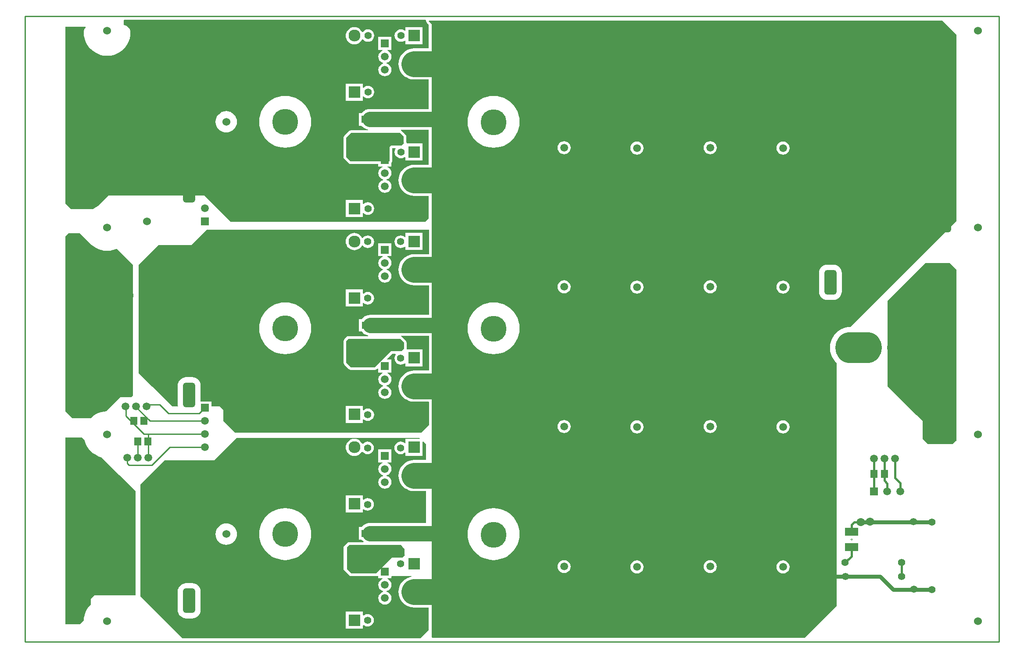
<source format=gtl>
G04 Layer_Physical_Order=1*
G04 Layer_Color=255*
%FSLAX44Y44*%
%MOMM*%
G71*
G01*
G75*
%ADD10R,2.6000X1.5000*%
%ADD11R,1.4000X1.5000*%
%ADD12R,3.3000X1.4000*%
%ADD13C,0.2540*%
%ADD14C,0.8000*%
%ADD15C,0.4000*%
%ADD16C,5.0000*%
%ADD17C,3.0000*%
%ADD18C,0.1000*%
%ADD19C,1.5240*%
%ADD20C,1.4000*%
%ADD21R,1.5000X1.5000*%
%ADD22C,1.5000*%
G04:AMPARAMS|DCode=23|XSize=4.8mm|YSize=2.4mm|CornerRadius=0.6mm|HoleSize=0mm|Usage=FLASHONLY|Rotation=270.000|XOffset=0mm|YOffset=0mm|HoleType=Round|Shape=RoundedRectangle|*
%AMROUNDEDRECTD23*
21,1,4.8000,1.2000,0,0,270.0*
21,1,3.6000,2.4000,0,0,270.0*
1,1,1.2000,-0.6000,-1.8000*
1,1,1.2000,-0.6000,1.8000*
1,1,1.2000,0.6000,1.8000*
1,1,1.2000,0.6000,-1.8000*
%
%ADD23ROUNDEDRECTD23*%
%ADD24R,1.5000X1.5000*%
%ADD25O,9.0000X6.0000*%
%ADD26C,5.0000*%
%ADD27C,2.3000*%
%ADD28R,2.3000X2.3000*%
%ADD29C,1.6000*%
%ADD30C,0.8000*%
G36*
X761701Y392948D02*
X761222Y391830D01*
X734210D01*
Y383284D01*
X732940Y382926D01*
X730652Y384682D01*
X727733Y385891D01*
X724600Y386303D01*
X721468Y385891D01*
X718548Y384682D01*
X716042Y382758D01*
X714118Y380252D01*
X712909Y377333D01*
X712497Y374200D01*
X712909Y371067D01*
X714118Y368148D01*
X716042Y365642D01*
X718548Y363718D01*
X721468Y362509D01*
X724600Y362096D01*
X727733Y362509D01*
X730652Y363718D01*
X732940Y365474D01*
X734210Y365116D01*
Y358830D01*
X767210D01*
Y385954D01*
X768384Y386440D01*
X773900Y380923D01*
X773900Y350923D01*
X750710D01*
X746003Y350552D01*
X741411Y349450D01*
X737048Y347643D01*
X733022Y345176D01*
X729432Y342109D01*
X726365Y338518D01*
X723897Y334492D01*
X722090Y330129D01*
X720988Y325538D01*
X720618Y320830D01*
X720988Y316123D01*
X722090Y311531D01*
X723897Y307168D01*
X726365Y303142D01*
X729432Y299551D01*
X733022Y296485D01*
X737048Y294017D01*
X741411Y292210D01*
X746003Y291108D01*
X750710Y290737D01*
X773900D01*
Y284600D01*
X773900Y279600D01*
Y272000D01*
X773900Y230195D01*
X773002Y229297D01*
X665600D01*
X661679Y228911D01*
X657909Y227767D01*
X654435Y225910D01*
X651390Y223411D01*
X649575Y221200D01*
X644100D01*
Y197200D01*
X649575D01*
X651390Y194989D01*
X653487Y193268D01*
X653033Y191998D01*
X625600D01*
X624605Y191800D01*
X623200D01*
X614900Y183500D01*
Y139100D01*
X627000Y127000D01*
X628905D01*
X629900Y126802D01*
X677100D01*
X678095Y127000D01*
X681900D01*
Y122600D01*
X689561D01*
X689813Y121330D01*
X688096Y120619D01*
X685485Y118615D01*
X683481Y116004D01*
X682222Y112963D01*
X681792Y109700D01*
X682222Y106437D01*
X683481Y103396D01*
X685485Y100785D01*
X688096Y98781D01*
X690823Y97652D01*
X690823Y97650D01*
Y96350D01*
X690823Y96348D01*
X688096Y95219D01*
X685485Y93215D01*
X683481Y90604D01*
X682222Y87563D01*
X681792Y84300D01*
X682222Y81037D01*
X683481Y77996D01*
X685485Y75385D01*
X688096Y73381D01*
X691137Y72122D01*
X694400Y71692D01*
X697663Y72122D01*
X700704Y73381D01*
X703315Y75385D01*
X705319Y77996D01*
X706578Y81037D01*
X707008Y84300D01*
X706578Y87563D01*
X705319Y90604D01*
X703315Y93215D01*
X700704Y95219D01*
X697977Y96348D01*
X697977Y96350D01*
Y97650D01*
X697977Y97652D01*
X700704Y98781D01*
X703315Y100785D01*
X705319Y103396D01*
X706578Y106437D01*
X707008Y109700D01*
X706578Y112963D01*
X705319Y116004D01*
X703315Y118615D01*
X700704Y120619D01*
X698987Y121330D01*
X699239Y122600D01*
X706900D01*
Y126102D01*
X707798Y127000D01*
X709000D01*
X745847Y127000D01*
X746003Y125762D01*
X741411Y124660D01*
X737048Y122853D01*
X733022Y120386D01*
X729432Y117319D01*
X726365Y113728D01*
X723897Y109702D01*
X722090Y105339D01*
X720988Y100748D01*
X720618Y96040D01*
X720988Y91333D01*
X722090Y86741D01*
X723897Y82378D01*
X726365Y78352D01*
X729432Y74761D01*
X733022Y71695D01*
X737048Y69227D01*
X741411Y67420D01*
X746003Y66318D01*
X750710Y65947D01*
X779000D01*
Y22700D01*
X762800Y6500D01*
X304100D01*
X222900Y87700D01*
X222900Y303500D01*
X269600Y350200D01*
X364900D01*
X408500Y393800D01*
X599249Y393800D01*
X601300Y393800D01*
X603500D01*
X603774Y393800D01*
X652100Y393800D01*
X683693Y393807D01*
X760981Y393823D01*
X761701Y392948D01*
D02*
G37*
G36*
X728300Y183700D02*
X732600Y179400D01*
Y175900D01*
Y168100D01*
X732900Y167800D01*
X727800Y162700D01*
X707700D01*
X705000Y160000D01*
X677100Y132100D01*
Y131900D01*
X629900D01*
X628300Y133500D01*
X621200Y140600D01*
Y182500D01*
X625600Y186900D01*
X725100D01*
X728300Y183700D01*
D02*
G37*
G36*
X723500Y982600D02*
X731000Y975100D01*
Y963800D01*
X731300Y963500D01*
X726200Y958400D01*
X706100D01*
X703400Y955700D01*
Y928501D01*
X702499Y927606D01*
X675500Y927800D01*
Y927600D01*
X628300D01*
X619600Y936300D01*
Y973500D01*
X628700Y982600D01*
X723500Y982600D01*
D02*
G37*
G36*
X634900Y795650D02*
X779290Y795649D01*
Y748433D01*
X750710D01*
X746003Y748062D01*
X741411Y746960D01*
X737048Y745153D01*
X733022Y742686D01*
X729432Y739619D01*
X726365Y736028D01*
X723897Y732002D01*
X722090Y727639D01*
X720988Y723048D01*
X720618Y718340D01*
X720988Y713633D01*
X722090Y709041D01*
X723897Y704678D01*
X726365Y700652D01*
X729432Y697061D01*
X733022Y693995D01*
X737048Y691527D01*
X741411Y689720D01*
X746003Y688618D01*
X750710Y688247D01*
X779290D01*
Y678100D01*
Y638200D01*
Y631297D01*
X665900D01*
X661979Y630911D01*
X658209Y629767D01*
X654735Y627910D01*
X651690Y625411D01*
X649875Y623200D01*
X644400D01*
Y599200D01*
X649875D01*
X651690Y596989D01*
X654735Y594490D01*
X658209Y592633D01*
X661979Y591489D01*
X662197Y591468D01*
X662135Y590198D01*
X624200D01*
X622249Y589810D01*
X620595Y588705D01*
X616195Y584305D01*
X615090Y582651D01*
X614702Y580700D01*
Y538800D01*
X615090Y536849D01*
X616195Y535195D01*
X623295Y528095D01*
X623295Y528095D01*
X624895Y526495D01*
X626549Y525390D01*
X628500Y525002D01*
X675700D01*
X677651Y525390D01*
X679305Y526495D01*
X679708Y527098D01*
X680727Y528117D01*
X681900Y527631D01*
Y519800D01*
X689561D01*
X689813Y518530D01*
X688096Y517819D01*
X685485Y515815D01*
X683481Y513204D01*
X682222Y510163D01*
X681792Y506900D01*
X682222Y503637D01*
X683481Y500596D01*
X685485Y497985D01*
X688096Y495981D01*
X690823Y494852D01*
X690823Y494850D01*
Y493550D01*
X690823Y493548D01*
X688096Y492419D01*
X685485Y490415D01*
X683481Y487804D01*
X682222Y484763D01*
X681792Y481500D01*
X682222Y478237D01*
X683481Y475196D01*
X685485Y472585D01*
X688096Y470581D01*
X691137Y469322D01*
X694400Y468892D01*
X697663Y469322D01*
X700704Y470581D01*
X703315Y472585D01*
X705319Y475196D01*
X706578Y478237D01*
X707008Y481500D01*
X706578Y484763D01*
X705319Y487804D01*
X703315Y490415D01*
X700704Y492419D01*
X697977Y493548D01*
X697977Y493550D01*
Y494850D01*
X697977Y494852D01*
X700704Y495981D01*
X703315Y497985D01*
X705319Y500596D01*
X706578Y503637D01*
X707008Y506900D01*
X706578Y510163D01*
X705319Y513204D01*
X703315Y515815D01*
X700704Y517819D01*
X698987Y518530D01*
X699239Y519800D01*
X706900D01*
Y544800D01*
X699069D01*
X698583Y545973D01*
X707205Y554595D01*
X707205Y554595D01*
X708412Y555802D01*
X714886D01*
X715448Y554663D01*
X714518Y553452D01*
X713309Y550533D01*
X712897Y547400D01*
X713309Y544267D01*
X714518Y541348D01*
X716442Y538842D01*
X718948Y536918D01*
X721868Y535709D01*
X725000Y535297D01*
X728133Y535709D01*
X731052Y536918D01*
X732940Y538367D01*
X734210Y537741D01*
Y531550D01*
X767210D01*
Y564550D01*
X737311D01*
X736505Y565532D01*
X736598Y566000D01*
X736298Y567508D01*
Y577600D01*
X735910Y579551D01*
X734805Y581205D01*
X731700Y584310D01*
Y585200D01*
X730810D01*
X727305Y588705D01*
X725651Y589810D01*
X725534Y589833D01*
X725659Y591103D01*
X779290D01*
Y542008D01*
X779732Y524552D01*
X778846Y523643D01*
X750710D01*
X746003Y523272D01*
X741411Y522170D01*
X737048Y520363D01*
X733022Y517896D01*
X729432Y514829D01*
X726365Y511238D01*
X723897Y507212D01*
X722090Y502849D01*
X720988Y498258D01*
X720618Y493550D01*
X720988Y488843D01*
X722090Y484251D01*
X723897Y479888D01*
X726365Y475862D01*
X729432Y472271D01*
X733022Y469205D01*
X737048Y466737D01*
X741411Y464930D01*
X746003Y463828D01*
X750710Y463457D01*
X779204D01*
X780102Y462559D01*
Y419302D01*
X764400Y403600D01*
X404900D01*
X400000Y408500D01*
X383000Y425500D01*
Y447000D01*
X375921Y454079D01*
X363300Y454079D01*
X359600D01*
Y464100D01*
X338802D01*
Y494700D01*
X338493Y497836D01*
X337579Y500853D01*
X336093Y503632D01*
X334094Y506068D01*
X331657Y508068D01*
X328878Y509554D01*
X325862Y510468D01*
X322725Y510777D01*
X310725D01*
X307589Y510468D01*
X304572Y509554D01*
X301793Y508068D01*
X299357Y506068D01*
X297357Y503632D01*
X295871Y500853D01*
X294956Y497836D01*
X294648Y494700D01*
Y458700D01*
X294956Y455563D01*
X295097Y455099D01*
X294341Y454079D01*
X284179D01*
X245823Y492436D01*
X219400Y518859D01*
X219400Y727800D01*
X257600Y766000D01*
X320700D01*
X350350Y795650D01*
X586600Y795650D01*
X600800Y795650D01*
X605650Y795650D01*
X634900Y795650D01*
D02*
G37*
G36*
X1781800Y731300D02*
X1784900D01*
X1797300Y718900D01*
Y399000D01*
Y388500D01*
X1796300Y387500D01*
X1790200Y381400D01*
X1742400D01*
X1740100Y383700D01*
X1732100Y391700D01*
Y400600D01*
Y426200D01*
X1720400Y437900D01*
X1664500Y493800D01*
X1664500Y658800D01*
X1681250Y675550D01*
X1737000Y731300D01*
X1781800Y731300D01*
D02*
G37*
G36*
X1797700Y1172700D02*
X1797700Y812400D01*
X1593161Y607861D01*
X1587043Y607380D01*
X1580921Y605910D01*
X1575104Y603501D01*
X1569736Y600211D01*
X1564948Y596122D01*
X1560859Y591334D01*
X1557569Y585966D01*
X1555160Y580149D01*
X1553690Y574027D01*
X1553196Y567750D01*
X1553690Y561473D01*
X1555160Y555351D01*
X1557569Y549534D01*
X1560859Y544166D01*
X1564948Y539378D01*
X1566500Y538053D01*
X1566500Y245800D01*
Y69600D01*
X1504100Y7200D01*
X786098D01*
X785200Y8098D01*
X785200Y1192300D01*
X778970Y1198530D01*
X779496Y1199800D01*
X1467200D01*
X1770600Y1199800D01*
X1797700Y1172700D01*
D02*
G37*
G36*
X726900Y581900D02*
X731200Y577600D01*
Y574100D01*
Y566300D01*
X731500Y566000D01*
X726400Y560900D01*
X706300D01*
X703600Y558200D01*
X675700Y530300D01*
Y530100D01*
X628500D01*
X626900Y531700D01*
X619800Y538800D01*
Y580700D01*
X624200Y585100D01*
X723700D01*
X726900Y581900D01*
D02*
G37*
G36*
X114677Y389147D02*
X114840Y388328D01*
X116736Y382742D01*
X119345Y377452D01*
X122622Y372547D01*
X126512Y368112D01*
X130947Y364222D01*
X135852Y360945D01*
X141142Y358336D01*
X146728Y356440D01*
X147547Y356277D01*
X181912Y321912D01*
X213000Y290824D01*
X213000Y90498D01*
X212102Y89600D01*
X133800D01*
X127150Y82950D01*
Y72448D01*
X126512Y71888D01*
X122622Y67453D01*
X119345Y62548D01*
X116736Y57258D01*
X114840Y51672D01*
X113689Y45886D01*
X113381Y41181D01*
X105500Y33300D01*
X77500D01*
Y394362D01*
X109462D01*
X114677Y389147D01*
D02*
G37*
G36*
X774108Y1199715D02*
X773872Y1198530D01*
X774260Y1196579D01*
X775366Y1194925D01*
X778801Y1191489D01*
X778799Y1159900D01*
X778799Y1146841D01*
X777901Y1145943D01*
X750710D01*
X746003Y1145572D01*
X741411Y1144470D01*
X737048Y1142663D01*
X733022Y1140196D01*
X729432Y1137129D01*
X726365Y1133538D01*
X723897Y1129512D01*
X722090Y1125149D01*
X720988Y1120558D01*
X720618Y1115850D01*
X720988Y1111143D01*
X722090Y1106551D01*
X723897Y1102188D01*
X726365Y1098162D01*
X729432Y1094571D01*
X733022Y1091505D01*
X737048Y1089037D01*
X741411Y1087230D01*
X746003Y1086128D01*
X750710Y1085757D01*
X778800D01*
X778800Y1084200D01*
X778800Y1070200D01*
X778800Y1029695D01*
X777902Y1028797D01*
X665600D01*
X661679Y1028411D01*
X657909Y1027267D01*
X654435Y1025410D01*
X651390Y1022911D01*
X649575Y1020700D01*
X644100D01*
Y996700D01*
X649575D01*
X651390Y994489D01*
X654435Y991990D01*
X657909Y990133D01*
X661679Y988989D01*
X661897Y988968D01*
X661834Y987698D01*
X628700Y987698D01*
X626749Y987310D01*
X625095Y986205D01*
X615995Y977105D01*
X614890Y975451D01*
X614502Y973500D01*
Y936300D01*
X614890Y934349D01*
X615995Y932695D01*
X624695Y923995D01*
X626349Y922890D01*
X628300Y922502D01*
X675500D01*
X676470Y922695D01*
X681900Y922656D01*
Y918000D01*
X689561D01*
X689813Y916730D01*
X688096Y916019D01*
X685485Y914015D01*
X683481Y911404D01*
X682222Y908363D01*
X681792Y905100D01*
X682222Y901837D01*
X683481Y898796D01*
X685485Y896185D01*
X688096Y894181D01*
X690823Y893052D01*
X690823Y893050D01*
Y891750D01*
X690823Y891748D01*
X688096Y890619D01*
X685485Y888615D01*
X683481Y886004D01*
X682222Y882963D01*
X681792Y879700D01*
X682222Y876437D01*
X683481Y873396D01*
X685485Y870785D01*
X688096Y868781D01*
X691137Y867522D01*
X694400Y867092D01*
X697663Y867522D01*
X700704Y868781D01*
X703315Y870785D01*
X705319Y873396D01*
X706578Y876437D01*
X707008Y879700D01*
X706578Y882963D01*
X705319Y886004D01*
X703315Y888615D01*
X700704Y890619D01*
X697977Y891748D01*
X697977Y891750D01*
Y893050D01*
X697977Y893052D01*
X700704Y894181D01*
X703315Y896185D01*
X705319Y898796D01*
X706578Y901837D01*
X707008Y905100D01*
X706578Y908363D01*
X705319Y911404D01*
X703315Y914015D01*
X700704Y916019D01*
X698987Y916730D01*
X699239Y918000D01*
X706900D01*
Y924792D01*
X706992Y924884D01*
X706997Y924891D01*
X707005Y924896D01*
X707551Y925714D01*
X708103Y926534D01*
X708105Y926543D01*
X708110Y926550D01*
X708303Y927520D01*
X708498Y928483D01*
X708496Y928492D01*
X708498Y928501D01*
Y953302D01*
X714725D01*
X715287Y952163D01*
X714818Y951552D01*
X713609Y948633D01*
X713197Y945500D01*
X713609Y942367D01*
X714818Y939448D01*
X716742Y936942D01*
X719248Y935018D01*
X722168Y933809D01*
X725300Y933397D01*
X728433Y933809D01*
X731352Y935018D01*
X732940Y936237D01*
X734210Y935611D01*
Y929060D01*
X767210D01*
Y962060D01*
X737113D01*
X736307Y963042D01*
X736398Y963500D01*
X736098Y965008D01*
Y975100D01*
X735710Y977051D01*
X734605Y978705D01*
X731400Y981910D01*
Y982700D01*
X730610D01*
X727105Y986205D01*
X725451Y987310D01*
X725334Y987333D01*
X725459Y988603D01*
X778597D01*
X778800Y988400D01*
X778800Y962700D01*
X778800Y942300D01*
X778800Y922051D01*
X777902Y921153D01*
X750710D01*
X746003Y920782D01*
X741411Y919680D01*
X737048Y917873D01*
X733022Y915406D01*
X729432Y912339D01*
X726365Y908748D01*
X723897Y904722D01*
X722090Y900359D01*
X720988Y895768D01*
X720618Y891060D01*
X720988Y886353D01*
X722090Y881761D01*
X723897Y877398D01*
X726365Y873372D01*
X729432Y869781D01*
X733022Y866715D01*
X737048Y864247D01*
X741411Y862440D01*
X746003Y861338D01*
X750710Y860967D01*
X778800D01*
Y851600D01*
Y817300D01*
X772400Y810700D01*
X426600D01*
X396800Y810700D01*
X345650Y861850D01*
X160850Y861850D01*
X140198Y841198D01*
X135852Y839055D01*
X130947Y835778D01*
X130631Y835500D01*
X88600Y835500D01*
X77400Y846700D01*
Y1187500D01*
X116380D01*
X116981Y1186230D01*
X115868Y1184874D01*
X114475Y1182268D01*
X113617Y1179441D01*
X113327Y1176500D01*
X113303D01*
X113689Y1170614D01*
X114840Y1164828D01*
X116736Y1159242D01*
X119345Y1153952D01*
X122622Y1149047D01*
X126512Y1144612D01*
X130947Y1140723D01*
X135852Y1137445D01*
X141142Y1134836D01*
X146728Y1132940D01*
X152514Y1131789D01*
X158400Y1131404D01*
X164286Y1131789D01*
X170072Y1132940D01*
X175658Y1134836D01*
X180948Y1137445D01*
X185853Y1140723D01*
X190288Y1144612D01*
X194177Y1149047D01*
X197455Y1153952D01*
X200064Y1159242D01*
X201960Y1164828D01*
X203111Y1170614D01*
X203496Y1176500D01*
X203472D01*
X203183Y1179441D01*
X202325Y1182268D01*
X200932Y1184874D01*
X199058Y1187158D01*
X196774Y1189032D01*
X194168Y1190425D01*
X191341Y1191283D01*
X190300Y1191385D01*
Y1200025D01*
X191198Y1200923D01*
X263000Y1200900D01*
X273000Y1200900D01*
X275400Y1200900D01*
X278600Y1200900D01*
X603600D01*
X773186Y1200984D01*
X774108Y1199715D01*
D02*
G37*
G36*
X128400Y766000D02*
X128920D01*
X130947Y764222D01*
X135852Y760945D01*
X141142Y758336D01*
X146728Y756440D01*
X152514Y755289D01*
X158400Y754903D01*
X164286Y755289D01*
X170072Y756440D01*
X175658Y758336D01*
X177001Y758999D01*
X208200Y727800D01*
Y599700D01*
X208200Y475650D01*
X204400Y471850D01*
X183350D01*
X156470Y444970D01*
X152514Y444711D01*
X146728Y443560D01*
X141142Y441664D01*
X135852Y439055D01*
X130947Y435778D01*
X126512Y431888D01*
X125996Y431300D01*
X91100D01*
X77400Y445000D01*
Y783200D01*
X83350Y789150D01*
X100900D01*
X105250Y789150D01*
X128400Y766000D01*
D02*
G37*
%LPC*%
G36*
X635460Y391910D02*
X632226Y391591D01*
X629115Y390648D01*
X626249Y389116D01*
X623736Y387054D01*
X621674Y384541D01*
X620142Y381675D01*
X619199Y378565D01*
X618880Y375330D01*
X619199Y372096D01*
X620142Y368985D01*
X621674Y366119D01*
X623736Y363606D01*
X626249Y361545D01*
X629115Y360012D01*
X632226Y359069D01*
X635460Y358750D01*
X638695Y359069D01*
X641805Y360012D01*
X644671Y361545D01*
X647184Y363606D01*
X649246Y366119D01*
X649750Y367063D01*
X651256Y367186D01*
X652442Y365642D01*
X654948Y363718D01*
X657868Y362509D01*
X661000Y362096D01*
X664133Y362509D01*
X667052Y363718D01*
X669559Y365642D01*
X671482Y368148D01*
X672691Y371067D01*
X673104Y374200D01*
X672691Y377333D01*
X671482Y380252D01*
X669559Y382758D01*
X667052Y384682D01*
X664133Y385891D01*
X661000Y386303D01*
X657868Y385891D01*
X654948Y384682D01*
X652442Y382758D01*
X651917Y382075D01*
X650462Y382265D01*
X649246Y384541D01*
X647184Y387054D01*
X644671Y389116D01*
X641805Y390648D01*
X638695Y391591D01*
X635460Y391910D01*
D02*
G37*
G36*
X1322250Y428118D02*
X1318987Y427688D01*
X1315946Y426429D01*
X1313335Y424425D01*
X1311331Y421814D01*
X1310072Y418773D01*
X1309642Y415510D01*
X1310072Y412247D01*
X1311331Y409206D01*
X1313335Y406595D01*
X1315946Y404591D01*
X1318987Y403332D01*
X1322250Y402902D01*
X1325513Y403332D01*
X1328554Y404591D01*
X1331165Y406595D01*
X1333169Y409206D01*
X1334428Y412247D01*
X1334858Y415510D01*
X1334428Y418773D01*
X1333169Y421814D01*
X1331165Y424425D01*
X1328554Y426429D01*
X1325513Y427688D01*
X1322250Y428118D01*
D02*
G37*
G36*
X651960Y455540D02*
X618960D01*
Y422540D01*
X651960D01*
Y429022D01*
X653230Y429543D01*
X655348Y427918D01*
X658268Y426709D01*
X661400Y426297D01*
X664533Y426709D01*
X667452Y427918D01*
X669959Y429841D01*
X671882Y432348D01*
X673091Y435267D01*
X673504Y438400D01*
X673091Y441533D01*
X671882Y444452D01*
X669959Y446959D01*
X667452Y448882D01*
X664533Y450091D01*
X661400Y450504D01*
X658268Y450091D01*
X655348Y448882D01*
X653230Y447257D01*
X651960Y447778D01*
Y455540D01*
D02*
G37*
G36*
X1040350Y428118D02*
X1037087Y427688D01*
X1034046Y426429D01*
X1031435Y424425D01*
X1029431Y421814D01*
X1028172Y418773D01*
X1027742Y415510D01*
X1028172Y412247D01*
X1029431Y409206D01*
X1031435Y406595D01*
X1034046Y404591D01*
X1037087Y403332D01*
X1040350Y402902D01*
X1043613Y403332D01*
X1046654Y404591D01*
X1049265Y406595D01*
X1051269Y409206D01*
X1052528Y412247D01*
X1052958Y415510D01*
X1052528Y418773D01*
X1051269Y421814D01*
X1049265Y424425D01*
X1046654Y426429D01*
X1043613Y427688D01*
X1040350Y428118D01*
D02*
G37*
G36*
X1180850Y427518D02*
X1177587Y427088D01*
X1174546Y425829D01*
X1171935Y423825D01*
X1169931Y421214D01*
X1168672Y418173D01*
X1168242Y414910D01*
X1168672Y411647D01*
X1169931Y408606D01*
X1171935Y405995D01*
X1174546Y403991D01*
X1177587Y402732D01*
X1180850Y402302D01*
X1184113Y402732D01*
X1187154Y403991D01*
X1189765Y405995D01*
X1191769Y408606D01*
X1193028Y411647D01*
X1193458Y414910D01*
X1193028Y418173D01*
X1191769Y421214D01*
X1189765Y423825D01*
X1187154Y425829D01*
X1184113Y427088D01*
X1180850Y427518D01*
D02*
G37*
G36*
X1462750D02*
X1459487Y427088D01*
X1456446Y425829D01*
X1453835Y423825D01*
X1451831Y421214D01*
X1450572Y418173D01*
X1450142Y414910D01*
X1450572Y411647D01*
X1451831Y408606D01*
X1453835Y405995D01*
X1456446Y403991D01*
X1459487Y402732D01*
X1462750Y402302D01*
X1466013Y402732D01*
X1469054Y403991D01*
X1471665Y405995D01*
X1473669Y408606D01*
X1474928Y411647D01*
X1475358Y414910D01*
X1474928Y418173D01*
X1473669Y421214D01*
X1471665Y423825D01*
X1469054Y425829D01*
X1466013Y427088D01*
X1462750Y427518D01*
D02*
G37*
G36*
X706900Y371400D02*
X681900D01*
Y346400D01*
X689561D01*
X689813Y345130D01*
X688096Y344419D01*
X685485Y342415D01*
X683481Y339804D01*
X682222Y336763D01*
X681792Y333500D01*
X682222Y330237D01*
X683481Y327196D01*
X685485Y324585D01*
X688096Y322581D01*
X690823Y321452D01*
X690823Y321450D01*
Y320150D01*
X690823Y320148D01*
X688096Y319019D01*
X685485Y317015D01*
X683481Y314404D01*
X682222Y311363D01*
X681792Y308100D01*
X682222Y304837D01*
X683481Y301796D01*
X685485Y299185D01*
X688096Y297181D01*
X691137Y295922D01*
X694400Y295492D01*
X697663Y295922D01*
X700704Y297181D01*
X703315Y299185D01*
X705319Y301796D01*
X706578Y304837D01*
X707008Y308100D01*
X706578Y311363D01*
X705319Y314404D01*
X703315Y317015D01*
X700704Y319019D01*
X697977Y320148D01*
X697977Y320150D01*
Y321450D01*
X697977Y321452D01*
X700704Y322581D01*
X703315Y324585D01*
X705319Y327196D01*
X706578Y330237D01*
X707008Y333500D01*
X706578Y336763D01*
X705319Y339804D01*
X703315Y342415D01*
X700704Y344419D01*
X698987Y345130D01*
X699239Y346400D01*
X706900D01*
Y371400D01*
D02*
G37*
G36*
X1462750Y157018D02*
X1459487Y156588D01*
X1456446Y155329D01*
X1453835Y153325D01*
X1451831Y150714D01*
X1450572Y147673D01*
X1450142Y144410D01*
X1450572Y141147D01*
X1451831Y138106D01*
X1453835Y135495D01*
X1456446Y133491D01*
X1459487Y132232D01*
X1462750Y131802D01*
X1466013Y132232D01*
X1469054Y133491D01*
X1471665Y135495D01*
X1473669Y138106D01*
X1474928Y141147D01*
X1475358Y144410D01*
X1474928Y147673D01*
X1473669Y150714D01*
X1471665Y153325D01*
X1469054Y155329D01*
X1466013Y156588D01*
X1462750Y157018D01*
D02*
G37*
G36*
X1040350Y157618D02*
X1037087Y157188D01*
X1034046Y155929D01*
X1031435Y153925D01*
X1029431Y151314D01*
X1028172Y148273D01*
X1027742Y145010D01*
X1028172Y141747D01*
X1029431Y138706D01*
X1031435Y136095D01*
X1034046Y134091D01*
X1037087Y132832D01*
X1040350Y132402D01*
X1043613Y132832D01*
X1046654Y134091D01*
X1049265Y136095D01*
X1051269Y138706D01*
X1052528Y141747D01*
X1052958Y145010D01*
X1052528Y148273D01*
X1051269Y151314D01*
X1049265Y153925D01*
X1046654Y155929D01*
X1043613Y157188D01*
X1040350Y157618D01*
D02*
G37*
G36*
X1180850Y157018D02*
X1177587Y156588D01*
X1174546Y155329D01*
X1171935Y153325D01*
X1169931Y150714D01*
X1168672Y147673D01*
X1168242Y144410D01*
X1168672Y141147D01*
X1169931Y138106D01*
X1171935Y135495D01*
X1174546Y133491D01*
X1177587Y132232D01*
X1180850Y131802D01*
X1184113Y132232D01*
X1187154Y133491D01*
X1189765Y135495D01*
X1191769Y138106D01*
X1193028Y141147D01*
X1193458Y144410D01*
X1193028Y147673D01*
X1191769Y150714D01*
X1189765Y153325D01*
X1187154Y155329D01*
X1184113Y156588D01*
X1180850Y157018D01*
D02*
G37*
G36*
X651960Y58030D02*
X618960D01*
Y25030D01*
X651960D01*
Y31510D01*
X653230Y32136D01*
X654948Y30818D01*
X657868Y29609D01*
X661000Y29197D01*
X664133Y29609D01*
X667052Y30818D01*
X669559Y32741D01*
X671482Y35248D01*
X672691Y38167D01*
X673104Y41300D01*
X672691Y44433D01*
X671482Y47352D01*
X669559Y49858D01*
X667052Y51782D01*
X664133Y52991D01*
X661000Y53404D01*
X657868Y52991D01*
X654948Y51782D01*
X653230Y50464D01*
X651960Y51090D01*
Y58030D01*
D02*
G37*
G36*
X322725Y113077D02*
X310725D01*
X307589Y112768D01*
X304572Y111854D01*
X301793Y110368D01*
X299357Y108368D01*
X297357Y105932D01*
X295871Y103153D01*
X294956Y100136D01*
X294648Y97000D01*
Y61000D01*
X294956Y57863D01*
X295871Y54847D01*
X297357Y52068D01*
X299357Y49632D01*
X301793Y47632D01*
X304572Y46146D01*
X307589Y45231D01*
X310725Y44922D01*
X322725D01*
X325862Y45231D01*
X328878Y46146D01*
X331657Y47632D01*
X334094Y49632D01*
X336093Y52068D01*
X337579Y54847D01*
X338493Y57863D01*
X338802Y61000D01*
Y97000D01*
X338493Y100136D01*
X337579Y103153D01*
X336093Y105932D01*
X334094Y108368D01*
X331657Y110368D01*
X328878Y111854D01*
X325862Y112768D01*
X322725Y113077D01*
D02*
G37*
G36*
X388300Y228399D02*
X384281Y228003D01*
X380417Y226831D01*
X376856Y224928D01*
X373734Y222366D01*
X371172Y219244D01*
X369269Y215683D01*
X368097Y211819D01*
X367701Y207800D01*
X368097Y203781D01*
X369269Y199917D01*
X371172Y196356D01*
X373734Y193234D01*
X376856Y190672D01*
X380417Y188769D01*
X384281Y187597D01*
X388300Y187201D01*
X392319Y187597D01*
X396183Y188769D01*
X399744Y190672D01*
X402866Y193234D01*
X405428Y196356D01*
X407331Y199917D01*
X408503Y203781D01*
X408899Y207800D01*
X408503Y211819D01*
X407331Y215683D01*
X405428Y219244D01*
X402866Y222366D01*
X399744Y224928D01*
X396183Y226831D01*
X392319Y228003D01*
X388300Y228399D01*
D02*
G37*
G36*
X651960Y282830D02*
X618960D01*
Y249830D01*
X651960D01*
Y255410D01*
X653230Y256036D01*
X654948Y254718D01*
X657868Y253509D01*
X661000Y253097D01*
X664133Y253509D01*
X667052Y254718D01*
X669559Y256642D01*
X671482Y259148D01*
X672691Y262067D01*
X673104Y265200D01*
X672691Y268333D01*
X671482Y271252D01*
X669559Y273759D01*
X667052Y275682D01*
X664133Y276891D01*
X661000Y277304D01*
X657868Y276891D01*
X654948Y275682D01*
X653230Y274363D01*
X651960Y274990D01*
Y282830D01*
D02*
G37*
G36*
X904220Y257907D02*
X897680Y257479D01*
X891251Y256200D01*
X885045Y254093D01*
X879166Y251194D01*
X873717Y247553D01*
X868789Y243231D01*
X864467Y238303D01*
X860826Y232854D01*
X857927Y226975D01*
X855820Y220769D01*
X854541Y214340D01*
X854113Y207800D01*
X854541Y201260D01*
X855820Y194831D01*
X857927Y188625D01*
X860826Y182746D01*
X864467Y177297D01*
X868789Y172369D01*
X873717Y168047D01*
X879166Y164406D01*
X885045Y161507D01*
X891251Y159400D01*
X897680Y158121D01*
X904220Y157693D01*
X910760Y158121D01*
X917189Y159400D01*
X923395Y161507D01*
X929274Y164406D01*
X934724Y168047D01*
X939651Y172369D01*
X943973Y177297D01*
X947614Y182746D01*
X950513Y188625D01*
X952620Y194831D01*
X953899Y201260D01*
X954327Y207800D01*
X953899Y214340D01*
X952620Y220769D01*
X950513Y226975D01*
X947614Y232854D01*
X943973Y238303D01*
X939651Y243231D01*
X934724Y247553D01*
X929274Y251194D01*
X923395Y254093D01*
X917189Y256200D01*
X910760Y257479D01*
X904220Y257907D01*
D02*
G37*
G36*
X1322250Y157618D02*
X1318987Y157188D01*
X1315946Y155929D01*
X1313335Y153925D01*
X1311331Y151314D01*
X1310072Y148273D01*
X1309642Y145010D01*
X1310072Y141747D01*
X1311331Y138706D01*
X1313335Y136095D01*
X1315946Y134091D01*
X1318987Y132832D01*
X1322250Y132402D01*
X1325513Y132832D01*
X1328554Y134091D01*
X1331165Y136095D01*
X1333169Y138706D01*
X1334428Y141747D01*
X1334858Y145010D01*
X1334428Y148273D01*
X1333169Y151314D01*
X1331165Y153925D01*
X1328554Y155929D01*
X1325513Y157188D01*
X1322250Y157618D01*
D02*
G37*
G36*
X501950Y257907D02*
X495410Y257479D01*
X488981Y256200D01*
X482775Y254093D01*
X476897Y251194D01*
X471447Y247553D01*
X466519Y243231D01*
X462197Y238303D01*
X458556Y232854D01*
X455657Y226975D01*
X453550Y220769D01*
X452271Y214340D01*
X451843Y207800D01*
X452271Y201260D01*
X453550Y194831D01*
X455657Y188625D01*
X458556Y182746D01*
X462197Y177297D01*
X466519Y172369D01*
X471447Y168047D01*
X476897Y164406D01*
X482775Y161507D01*
X488981Y159400D01*
X495410Y158121D01*
X501950Y157693D01*
X508490Y158121D01*
X514919Y159400D01*
X521125Y161507D01*
X527004Y164406D01*
X532453Y168047D01*
X537381Y172369D01*
X541703Y177297D01*
X545344Y182746D01*
X548243Y188625D01*
X550350Y194831D01*
X551629Y201260D01*
X552057Y207800D01*
X551629Y214340D01*
X550350Y220769D01*
X548243Y226975D01*
X545344Y232854D01*
X541703Y238303D01*
X537381Y243231D01*
X532453Y247553D01*
X527004Y251194D01*
X521125Y254093D01*
X514919Y256200D01*
X508490Y257479D01*
X501950Y257907D01*
D02*
G37*
G36*
X1322250Y966618D02*
X1318987Y966188D01*
X1315946Y964929D01*
X1313335Y962925D01*
X1311331Y960314D01*
X1310072Y957273D01*
X1309642Y954010D01*
X1310072Y950747D01*
X1311331Y947706D01*
X1313335Y945095D01*
X1315946Y943091D01*
X1318987Y941832D01*
X1322250Y941402D01*
X1325513Y941832D01*
X1328554Y943091D01*
X1331165Y945095D01*
X1333169Y947706D01*
X1334428Y950747D01*
X1334858Y954010D01*
X1334428Y957273D01*
X1333169Y960314D01*
X1331165Y962925D01*
X1328554Y964929D01*
X1325513Y966188D01*
X1322250Y966618D01*
D02*
G37*
G36*
X501950Y1054197D02*
X495410Y1053769D01*
X488981Y1052490D01*
X482775Y1050383D01*
X476897Y1047484D01*
X471447Y1043843D01*
X466519Y1039521D01*
X462197Y1034593D01*
X458556Y1029144D01*
X455657Y1023265D01*
X453550Y1017059D01*
X452271Y1010630D01*
X451843Y1004090D01*
X452271Y997550D01*
X453550Y991121D01*
X455657Y984915D01*
X458556Y979036D01*
X462197Y973587D01*
X466519Y968659D01*
X471447Y964337D01*
X476897Y960696D01*
X482775Y957797D01*
X488981Y955690D01*
X495410Y954411D01*
X501950Y953983D01*
X508490Y954411D01*
X514919Y955690D01*
X521125Y957797D01*
X527004Y960696D01*
X532453Y964337D01*
X537381Y968659D01*
X541703Y973587D01*
X545344Y979036D01*
X548243Y984915D01*
X550350Y991121D01*
X551629Y997550D01*
X552057Y1004090D01*
X551629Y1010630D01*
X550350Y1017059D01*
X548243Y1023265D01*
X545344Y1029144D01*
X541703Y1034593D01*
X537381Y1039521D01*
X532453Y1043843D01*
X527004Y1047484D01*
X521125Y1050383D01*
X514919Y1052490D01*
X508490Y1053769D01*
X501950Y1054197D01*
D02*
G37*
G36*
X1040350Y966618D02*
X1037087Y966188D01*
X1034046Y964929D01*
X1031435Y962925D01*
X1029431Y960314D01*
X1028172Y957273D01*
X1027742Y954010D01*
X1028172Y950747D01*
X1029431Y947706D01*
X1031435Y945095D01*
X1034046Y943091D01*
X1037087Y941832D01*
X1040350Y941402D01*
X1043613Y941832D01*
X1046654Y943091D01*
X1049265Y945095D01*
X1051269Y947706D01*
X1052528Y950747D01*
X1052958Y954010D01*
X1052528Y957273D01*
X1051269Y960314D01*
X1049265Y962925D01*
X1046654Y964929D01*
X1043613Y966188D01*
X1040350Y966618D01*
D02*
G37*
G36*
X1180850Y966018D02*
X1177587Y965588D01*
X1174546Y964329D01*
X1171935Y962325D01*
X1169931Y959714D01*
X1168672Y956673D01*
X1168242Y953410D01*
X1168672Y950147D01*
X1169931Y947106D01*
X1171935Y944495D01*
X1174546Y942491D01*
X1177587Y941232D01*
X1180850Y940802D01*
X1184113Y941232D01*
X1187154Y942491D01*
X1189765Y944495D01*
X1191769Y947106D01*
X1193028Y950147D01*
X1193458Y953410D01*
X1193028Y956673D01*
X1191769Y959714D01*
X1189765Y962325D01*
X1187154Y964329D01*
X1184113Y965588D01*
X1180850Y966018D01*
D02*
G37*
G36*
X1462750D02*
X1459487Y965588D01*
X1456446Y964329D01*
X1453835Y962325D01*
X1451831Y959714D01*
X1450572Y956673D01*
X1450142Y953410D01*
X1450572Y950147D01*
X1451831Y947106D01*
X1453835Y944495D01*
X1456446Y942491D01*
X1459487Y941232D01*
X1462750Y940802D01*
X1466013Y941232D01*
X1469054Y942491D01*
X1471665Y944495D01*
X1473669Y947106D01*
X1474928Y950147D01*
X1475358Y953410D01*
X1474928Y956673D01*
X1473669Y959714D01*
X1471665Y962325D01*
X1469054Y964329D01*
X1466013Y965588D01*
X1462750Y966018D01*
D02*
G37*
G36*
X904220Y1054197D02*
X897680Y1053769D01*
X891251Y1052490D01*
X885045Y1050383D01*
X879166Y1047484D01*
X873717Y1043843D01*
X868789Y1039521D01*
X864467Y1034593D01*
X860826Y1029144D01*
X857927Y1023265D01*
X855820Y1017059D01*
X854541Y1010630D01*
X854113Y1004090D01*
X854541Y997550D01*
X855820Y991121D01*
X857927Y984915D01*
X860826Y979036D01*
X864467Y973587D01*
X868789Y968659D01*
X873717Y964337D01*
X879166Y960696D01*
X885045Y957797D01*
X891251Y955690D01*
X897680Y954411D01*
X904220Y953983D01*
X910760Y954411D01*
X917189Y955690D01*
X923395Y957797D01*
X929274Y960696D01*
X934724Y964337D01*
X939651Y968659D01*
X943973Y973587D01*
X947614Y979036D01*
X950513Y984915D01*
X952620Y991121D01*
X953899Y997550D01*
X954327Y1004090D01*
X953899Y1010630D01*
X952620Y1017059D01*
X950513Y1023265D01*
X947614Y1029144D01*
X943973Y1034593D01*
X939651Y1039521D01*
X934724Y1043843D01*
X929274Y1047484D01*
X923395Y1050383D01*
X917189Y1052490D01*
X910760Y1053769D01*
X904220Y1054197D01*
D02*
G37*
G36*
X635460Y1186930D02*
X632226Y1186611D01*
X629115Y1185668D01*
X626249Y1184136D01*
X623736Y1182074D01*
X621674Y1179561D01*
X620142Y1176695D01*
X619199Y1173585D01*
X618880Y1170350D01*
X619199Y1167116D01*
X620142Y1164005D01*
X621674Y1161139D01*
X623736Y1158626D01*
X626249Y1156565D01*
X629115Y1155032D01*
X632226Y1154089D01*
X635460Y1153770D01*
X638695Y1154089D01*
X641805Y1155032D01*
X644671Y1156565D01*
X647184Y1158626D01*
X649246Y1161139D01*
X650472Y1163434D01*
X651855Y1163624D01*
X651954Y1163589D01*
X653142Y1162041D01*
X655648Y1160118D01*
X658568Y1158909D01*
X661700Y1158496D01*
X664833Y1158909D01*
X667752Y1160118D01*
X670259Y1162041D01*
X672182Y1164548D01*
X673391Y1167467D01*
X673804Y1170600D01*
X673391Y1173733D01*
X672182Y1176652D01*
X670259Y1179158D01*
X667752Y1181082D01*
X664833Y1182291D01*
X661700Y1182703D01*
X658568Y1182291D01*
X655648Y1181082D01*
X653142Y1179158D01*
X651821Y1177438D01*
X650315Y1177561D01*
X649246Y1179561D01*
X647184Y1182074D01*
X644671Y1184136D01*
X641805Y1185668D01*
X638695Y1186611D01*
X635460Y1186930D01*
D02*
G37*
G36*
X767210Y1186850D02*
X734210D01*
Y1180489D01*
X732940Y1179863D01*
X731352Y1181082D01*
X728433Y1182291D01*
X725300Y1182703D01*
X722168Y1182291D01*
X719248Y1181082D01*
X716742Y1179158D01*
X714818Y1176652D01*
X713609Y1173733D01*
X713197Y1170600D01*
X713609Y1167467D01*
X714818Y1164548D01*
X716742Y1162041D01*
X719248Y1160118D01*
X722168Y1158909D01*
X725300Y1158496D01*
X728433Y1158909D01*
X731352Y1160118D01*
X732940Y1161337D01*
X734210Y1160711D01*
Y1153850D01*
X767210D01*
Y1186850D01*
D02*
G37*
G36*
X706900Y1167900D02*
X681900D01*
Y1142900D01*
X689561D01*
X689813Y1141630D01*
X688096Y1140919D01*
X685485Y1138915D01*
X683481Y1136304D01*
X682222Y1133263D01*
X681792Y1130000D01*
X682222Y1126737D01*
X683481Y1123696D01*
X685485Y1121085D01*
X688096Y1119081D01*
X690823Y1117952D01*
X690823Y1117950D01*
Y1116650D01*
X690823Y1116648D01*
X688096Y1115519D01*
X685485Y1113515D01*
X683481Y1110904D01*
X682222Y1107863D01*
X681792Y1104600D01*
X682222Y1101337D01*
X683481Y1098296D01*
X685485Y1095685D01*
X688096Y1093681D01*
X691137Y1092422D01*
X694400Y1091992D01*
X697663Y1092422D01*
X700704Y1093681D01*
X703315Y1095685D01*
X705319Y1098296D01*
X706578Y1101337D01*
X707008Y1104600D01*
X706578Y1107863D01*
X705319Y1110904D01*
X703315Y1113515D01*
X700704Y1115519D01*
X697977Y1116648D01*
X697977Y1116650D01*
Y1117950D01*
X697977Y1117952D01*
X700704Y1119081D01*
X703315Y1121085D01*
X705319Y1123696D01*
X706578Y1126737D01*
X707008Y1130000D01*
X706578Y1133263D01*
X705319Y1136304D01*
X703315Y1138915D01*
X700704Y1140919D01*
X698987Y1141630D01*
X699239Y1142900D01*
X706900D01*
Y1167900D01*
D02*
G37*
G36*
X388300Y1024689D02*
X384281Y1024293D01*
X380417Y1023121D01*
X376856Y1021218D01*
X373734Y1018656D01*
X371172Y1015534D01*
X369269Y1011973D01*
X368097Y1008109D01*
X367701Y1004090D01*
X368097Y1000071D01*
X369269Y996207D01*
X371172Y992646D01*
X373734Y989524D01*
X376856Y986962D01*
X380417Y985059D01*
X384281Y983887D01*
X388300Y983491D01*
X392319Y983887D01*
X396183Y985059D01*
X399744Y986962D01*
X402866Y989524D01*
X405428Y992646D01*
X407331Y996207D01*
X408503Y1000071D01*
X408899Y1004090D01*
X408503Y1008109D01*
X407331Y1011973D01*
X405428Y1015534D01*
X402866Y1018656D01*
X399744Y1021218D01*
X396183Y1023121D01*
X392319Y1024293D01*
X388300Y1024689D01*
D02*
G37*
G36*
X651960Y1077850D02*
X618960D01*
Y1044850D01*
X651960D01*
Y1052640D01*
X652605Y1052859D01*
X653230Y1052974D01*
X655648Y1051118D01*
X658568Y1049909D01*
X661700Y1049497D01*
X664833Y1049909D01*
X667752Y1051118D01*
X670259Y1053042D01*
X672182Y1055548D01*
X673391Y1058467D01*
X673804Y1061600D01*
X673391Y1064733D01*
X672182Y1067652D01*
X670259Y1070158D01*
X667752Y1072082D01*
X664833Y1073291D01*
X661700Y1073704D01*
X658568Y1073291D01*
X655648Y1072082D01*
X653230Y1070226D01*
X652605Y1070341D01*
X651960Y1070560D01*
Y1077850D01*
D02*
G37*
G36*
Y853050D02*
X618960D01*
Y820050D01*
X651960D01*
Y827540D01*
X652605Y827759D01*
X653230Y827874D01*
X655648Y826018D01*
X658568Y824809D01*
X661700Y824397D01*
X664833Y824809D01*
X667752Y826018D01*
X670259Y827942D01*
X672182Y830448D01*
X673391Y833367D01*
X673804Y836500D01*
X673391Y839633D01*
X672182Y842552D01*
X670259Y845059D01*
X667752Y846982D01*
X664833Y848191D01*
X661700Y848604D01*
X658568Y848191D01*
X655648Y846982D01*
X653230Y845126D01*
X652605Y845241D01*
X651960Y845460D01*
Y853050D01*
D02*
G37*
G36*
X1560075Y728177D02*
X1548075D01*
X1544938Y727868D01*
X1541922Y726954D01*
X1539143Y725468D01*
X1536707Y723468D01*
X1534707Y721032D01*
X1533221Y718253D01*
X1532307Y715237D01*
X1531998Y712100D01*
Y676100D01*
X1532307Y672963D01*
X1533221Y669948D01*
X1534707Y667168D01*
X1536707Y664732D01*
X1539143Y662732D01*
X1541922Y661246D01*
X1544938Y660331D01*
X1548075Y660023D01*
X1560075D01*
X1563212Y660331D01*
X1566228Y661246D01*
X1569007Y662732D01*
X1571443Y664732D01*
X1573443Y667168D01*
X1574929Y669948D01*
X1575844Y672963D01*
X1576152Y676100D01*
Y712100D01*
X1575844Y715237D01*
X1574929Y718253D01*
X1573443Y721032D01*
X1571443Y723468D01*
X1569007Y725468D01*
X1566228Y726954D01*
X1563212Y727868D01*
X1560075Y728177D01*
D02*
G37*
G36*
X1180850Y697418D02*
X1177587Y696988D01*
X1174546Y695729D01*
X1171935Y693725D01*
X1169931Y691114D01*
X1168672Y688073D01*
X1168242Y684810D01*
X1168672Y681547D01*
X1169931Y678506D01*
X1171935Y675895D01*
X1174546Y673891D01*
X1177587Y672632D01*
X1180850Y672202D01*
X1184113Y672632D01*
X1187154Y673891D01*
X1189765Y675895D01*
X1191769Y678506D01*
X1193028Y681547D01*
X1193458Y684810D01*
X1193028Y688073D01*
X1191769Y691114D01*
X1189765Y693725D01*
X1187154Y695729D01*
X1184113Y696988D01*
X1180850Y697418D01*
D02*
G37*
G36*
X651960Y680340D02*
X618960D01*
Y647340D01*
X651960D01*
Y654022D01*
X653230Y654543D01*
X655348Y652918D01*
X658268Y651709D01*
X661400Y651296D01*
X664533Y651709D01*
X667452Y652918D01*
X669959Y654842D01*
X671882Y657348D01*
X673091Y660267D01*
X673504Y663400D01*
X673091Y666533D01*
X671882Y669452D01*
X669959Y671958D01*
X667452Y673882D01*
X664533Y675091D01*
X661400Y675503D01*
X658268Y675091D01*
X655348Y673882D01*
X653230Y672256D01*
X651960Y672778D01*
Y680340D01*
D02*
G37*
G36*
X501950Y655417D02*
X495410Y654989D01*
X488981Y653710D01*
X482775Y651603D01*
X476897Y648704D01*
X471447Y645063D01*
X466519Y640741D01*
X462197Y635813D01*
X458556Y630364D01*
X455657Y624485D01*
X453550Y618279D01*
X452271Y611850D01*
X451843Y605310D01*
X452271Y598770D01*
X453550Y592341D01*
X455657Y586135D01*
X458556Y580256D01*
X462197Y574807D01*
X466519Y569879D01*
X471447Y565557D01*
X476897Y561916D01*
X482775Y559017D01*
X488981Y556910D01*
X495410Y555631D01*
X501950Y555203D01*
X508490Y555631D01*
X514919Y556910D01*
X521125Y559017D01*
X527004Y561916D01*
X532453Y565557D01*
X537381Y569879D01*
X541703Y574807D01*
X545344Y580256D01*
X548243Y586135D01*
X550350Y592341D01*
X551629Y598770D01*
X552057Y605310D01*
X551629Y611850D01*
X550350Y618279D01*
X548243Y624485D01*
X545344Y630364D01*
X541703Y635813D01*
X537381Y640741D01*
X532453Y645063D01*
X527004Y648704D01*
X521125Y651603D01*
X514919Y653710D01*
X508490Y654989D01*
X501950Y655417D01*
D02*
G37*
G36*
X904220D02*
X897680Y654989D01*
X891251Y653710D01*
X885045Y651603D01*
X879166Y648704D01*
X873717Y645063D01*
X868789Y640741D01*
X864467Y635813D01*
X860826Y630364D01*
X857927Y624485D01*
X855820Y618279D01*
X854541Y611850D01*
X854113Y605310D01*
X854541Y598770D01*
X855820Y592341D01*
X857927Y586135D01*
X860826Y580256D01*
X864467Y574807D01*
X868789Y569879D01*
X873717Y565557D01*
X879166Y561916D01*
X885045Y559017D01*
X891251Y556910D01*
X897680Y555631D01*
X904220Y555203D01*
X910760Y555631D01*
X917189Y556910D01*
X923395Y559017D01*
X929274Y561916D01*
X934724Y565557D01*
X939651Y569879D01*
X943973Y574807D01*
X947614Y580256D01*
X950513Y586135D01*
X952620Y592341D01*
X953899Y598770D01*
X954327Y605310D01*
X953899Y611850D01*
X952620Y618279D01*
X950513Y624485D01*
X947614Y630364D01*
X943973Y635813D01*
X939651Y640741D01*
X934724Y645063D01*
X929274Y648704D01*
X923395Y651603D01*
X917189Y653710D01*
X910760Y654989D01*
X904220Y655417D01*
D02*
G37*
G36*
X1462750Y697418D02*
X1459487Y696988D01*
X1456446Y695729D01*
X1453835Y693725D01*
X1451831Y691114D01*
X1450572Y688073D01*
X1450142Y684810D01*
X1450572Y681547D01*
X1451831Y678506D01*
X1453835Y675895D01*
X1456446Y673891D01*
X1459487Y672632D01*
X1462750Y672202D01*
X1466013Y672632D01*
X1469054Y673891D01*
X1471665Y675895D01*
X1473669Y678506D01*
X1474928Y681547D01*
X1475358Y684810D01*
X1474928Y688073D01*
X1473669Y691114D01*
X1471665Y693725D01*
X1469054Y695729D01*
X1466013Y696988D01*
X1462750Y697418D01*
D02*
G37*
G36*
X635460Y789420D02*
X632226Y789101D01*
X629115Y788158D01*
X626249Y786626D01*
X623736Y784564D01*
X621674Y782051D01*
X620142Y779185D01*
X619199Y776075D01*
X618880Y772840D01*
X619199Y769606D01*
X620142Y766495D01*
X621674Y763629D01*
X623736Y761116D01*
X626249Y759055D01*
X629115Y757522D01*
X632226Y756579D01*
X635460Y756260D01*
X638695Y756579D01*
X641805Y757522D01*
X644671Y759055D01*
X647184Y761116D01*
X649246Y763629D01*
X650132Y765287D01*
X651638Y765410D01*
X652842Y763841D01*
X655348Y761918D01*
X658268Y760709D01*
X661400Y760296D01*
X664533Y760709D01*
X667452Y761918D01*
X669959Y763841D01*
X671882Y766348D01*
X673091Y769267D01*
X673504Y772400D01*
X673091Y775533D01*
X671882Y778452D01*
X669959Y780958D01*
X667452Y782882D01*
X664533Y784091D01*
X661400Y784503D01*
X658268Y784091D01*
X655348Y782882D01*
X652842Y780958D01*
X651903Y779735D01*
X650409Y779875D01*
X649246Y782051D01*
X647184Y784564D01*
X644671Y786626D01*
X641805Y788158D01*
X638695Y789101D01*
X635460Y789420D01*
D02*
G37*
G36*
X767210Y789340D02*
X734210D01*
Y782059D01*
X732940Y781433D01*
X731052Y782882D01*
X728133Y784091D01*
X725000Y784503D01*
X721868Y784091D01*
X718948Y782882D01*
X716442Y780958D01*
X714518Y778452D01*
X713309Y775533D01*
X712897Y772400D01*
X713309Y769267D01*
X714518Y766348D01*
X716442Y763841D01*
X718948Y761918D01*
X721868Y760709D01*
X725000Y760296D01*
X728133Y760709D01*
X731052Y761918D01*
X732940Y763367D01*
X734210Y762741D01*
Y756340D01*
X767210D01*
Y789340D01*
D02*
G37*
G36*
X706900Y769500D02*
X681900D01*
Y744500D01*
X689561D01*
X689813Y743230D01*
X688096Y742519D01*
X685485Y740515D01*
X683481Y737904D01*
X682222Y734863D01*
X681792Y731600D01*
X682222Y728337D01*
X683481Y725296D01*
X685485Y722685D01*
X688096Y720681D01*
X690823Y719552D01*
X690823Y719550D01*
Y718250D01*
X690823Y718248D01*
X688096Y717119D01*
X685485Y715115D01*
X683481Y712504D01*
X682222Y709463D01*
X681792Y706200D01*
X682222Y702937D01*
X683481Y699896D01*
X685485Y697285D01*
X688096Y695281D01*
X691137Y694022D01*
X694400Y693592D01*
X697663Y694022D01*
X700704Y695281D01*
X703315Y697285D01*
X705319Y699896D01*
X706578Y702937D01*
X707008Y706200D01*
X706578Y709463D01*
X705319Y712504D01*
X703315Y715115D01*
X700704Y717119D01*
X697977Y718248D01*
X697977Y718250D01*
Y719550D01*
X697977Y719552D01*
X700704Y720681D01*
X703315Y722685D01*
X705319Y725296D01*
X706578Y728337D01*
X707008Y731600D01*
X706578Y734863D01*
X705319Y737904D01*
X703315Y740515D01*
X700704Y742519D01*
X698987Y743230D01*
X699239Y744500D01*
X706900D01*
Y769500D01*
D02*
G37*
G36*
X1040350Y698018D02*
X1037087Y697588D01*
X1034046Y696329D01*
X1031435Y694325D01*
X1029431Y691714D01*
X1028172Y688673D01*
X1027742Y685410D01*
X1028172Y682147D01*
X1029431Y679106D01*
X1031435Y676495D01*
X1034046Y674491D01*
X1037087Y673232D01*
X1040350Y672802D01*
X1043613Y673232D01*
X1046654Y674491D01*
X1049265Y676495D01*
X1051269Y679106D01*
X1052528Y682147D01*
X1052958Y685410D01*
X1052528Y688673D01*
X1051269Y691714D01*
X1049265Y694325D01*
X1046654Y696329D01*
X1043613Y697588D01*
X1040350Y698018D01*
D02*
G37*
G36*
X1322250D02*
X1318987Y697588D01*
X1315946Y696329D01*
X1313335Y694325D01*
X1311331Y691714D01*
X1310072Y688673D01*
X1309642Y685410D01*
X1310072Y682147D01*
X1311331Y679106D01*
X1313335Y676495D01*
X1315946Y674491D01*
X1318987Y673232D01*
X1322250Y672802D01*
X1325513Y673232D01*
X1328554Y674491D01*
X1331165Y676495D01*
X1333169Y679106D01*
X1334428Y682147D01*
X1334858Y685410D01*
X1334428Y688673D01*
X1333169Y691714D01*
X1331165Y694325D01*
X1328554Y696329D01*
X1325513Y697588D01*
X1322250Y698018D01*
D02*
G37*
%LPD*%
D10*
X1594900Y182500D02*
D03*
Y212500D02*
D03*
D11*
X1638500Y324100D02*
D03*
X1658500D02*
D03*
X229500Y426200D02*
D03*
X209500D02*
D03*
X237300Y386400D02*
D03*
X217300D02*
D03*
D12*
X709900Y209200D02*
D03*
Y171200D02*
D03*
X665600Y209200D02*
D03*
Y171200D02*
D03*
X665900Y611200D02*
D03*
Y573200D02*
D03*
X710200Y611200D02*
D03*
Y573200D02*
D03*
X665600Y1008700D02*
D03*
Y970700D02*
D03*
X709900Y1008700D02*
D03*
Y970700D02*
D03*
D13*
X229700Y400800D02*
X347100D01*
X194380Y436120D02*
X229700Y400800D01*
X194380Y436120D02*
Y457550D01*
X240900Y426200D02*
X347100D01*
X214385Y452715D02*
X240900Y426200D01*
X214385Y452715D02*
Y457550D01*
X234550D02*
X259450D01*
X276400Y440600D01*
X336100D01*
X347100Y451600D01*
X237720Y355650D02*
Y400600D01*
X217715Y355650D02*
Y385985D01*
X197550Y344150D02*
Y355650D01*
Y344150D02*
X200900Y340800D01*
X244600D01*
X279200Y375400D01*
X347100D01*
X0Y1207700D02*
X1879800D01*
Y0D02*
Y1207700D01*
X0Y0D02*
X1879800D01*
X0D02*
Y1207700D01*
D14*
X1675100Y100900D02*
X1750200D01*
X1649800Y126200D02*
X1675100Y100900D01*
X1556900Y126200D02*
X1649800D01*
X1612600Y231300D02*
X1750200D01*
D15*
X1630500Y231400D02*
X1630600Y231300D01*
X1600000D02*
X1630600D01*
X1594900Y226200D02*
X1600000Y231300D01*
X1594900Y212500D02*
Y226200D01*
X1691600Y126700D02*
Y152800D01*
X1582600D02*
X1594900Y165100D01*
Y182500D01*
X1689300Y290400D02*
Y306100D01*
X1678650Y316750D02*
X1689300Y306100D01*
X1678650Y316750D02*
Y353750D01*
X1663900Y290400D02*
Y305600D01*
X1658485Y311015D02*
X1663900Y305600D01*
X1658485Y311015D02*
Y353750D01*
X1638480Y290420D02*
Y353750D01*
D16*
X750710Y1115850D02*
X814950D01*
X750710Y891060D02*
X806860D01*
X750710Y718340D02*
X804640D01*
X750710Y493550D02*
X810450D01*
X750710Y320830D02*
X812770D01*
X750710Y96040D02*
X810060D01*
D17*
X665600Y209200D02*
X828500D01*
X665900Y611200D02*
X836300D01*
X665600Y1008700D02*
X829800D01*
D18*
X1592900Y197500D02*
X1596900D01*
X1594900Y195500D02*
Y199500D01*
D19*
X388300Y1004090D02*
D03*
X388300Y207800D02*
D03*
X1839100Y400000D02*
D03*
Y1180000D02*
D03*
X158400Y40000D02*
D03*
Y400000D02*
D03*
Y800000D02*
D03*
X1839100D02*
D03*
Y40000D02*
D03*
X158400Y1180000D02*
D03*
X235100Y811900D02*
D03*
D20*
X1750200Y100900D02*
D03*
Y231300D02*
D03*
X1714900Y101400D02*
D03*
X1714800Y232000D02*
D03*
X1582800Y126300D02*
D03*
X1691800D02*
D03*
X1582600Y152800D02*
D03*
X1691600D02*
D03*
X661000Y150300D02*
D03*
Y41300D02*
D03*
X724600Y150300D02*
D03*
Y41300D02*
D03*
Y374200D02*
D03*
Y265200D02*
D03*
X661000Y374200D02*
D03*
Y265200D02*
D03*
X725000Y547400D02*
D03*
Y438400D02*
D03*
X661400Y547400D02*
D03*
Y438400D02*
D03*
X725000Y772400D02*
D03*
Y663400D02*
D03*
X661400Y772400D02*
D03*
Y663400D02*
D03*
X725300Y945500D02*
D03*
Y836500D02*
D03*
X661700Y945500D02*
D03*
Y836500D02*
D03*
X725300Y1170600D02*
D03*
Y1061600D02*
D03*
X661700Y1170600D02*
D03*
Y1061600D02*
D03*
D21*
X1638500Y290400D02*
D03*
D22*
X1663900D02*
D03*
X1689300D02*
D03*
X347100Y836800D02*
D03*
X1678650Y353750D02*
D03*
X1658485D02*
D03*
X1638480D02*
D03*
X694400Y1130000D02*
D03*
Y1104600D02*
D03*
Y1079200D02*
D03*
Y905100D02*
D03*
Y879700D02*
D03*
Y854300D02*
D03*
Y731600D02*
D03*
Y706200D02*
D03*
Y680800D02*
D03*
Y506900D02*
D03*
Y481500D02*
D03*
Y456100D02*
D03*
Y333500D02*
D03*
Y308100D02*
D03*
Y282700D02*
D03*
Y109700D02*
D03*
Y84300D02*
D03*
Y58900D02*
D03*
X1322250Y370010D02*
D03*
Y145010D02*
D03*
X1462750Y369410D02*
D03*
Y144410D02*
D03*
X1180850Y369410D02*
D03*
Y144410D02*
D03*
X1040350Y370010D02*
D03*
Y145010D02*
D03*
X1322250Y640510D02*
D03*
Y415510D02*
D03*
X1462750Y639910D02*
D03*
Y414910D02*
D03*
X1180850Y639910D02*
D03*
Y414910D02*
D03*
X1040350Y640510D02*
D03*
Y415510D02*
D03*
X1322250Y910410D02*
D03*
Y685410D02*
D03*
X1462750Y909810D02*
D03*
Y684810D02*
D03*
X1180850Y909810D02*
D03*
Y684810D02*
D03*
X1040350Y910410D02*
D03*
Y685410D02*
D03*
X1322250Y1179010D02*
D03*
Y954010D02*
D03*
X1462750Y1178410D02*
D03*
Y953410D02*
D03*
X1180850Y1178410D02*
D03*
Y953410D02*
D03*
X1040350Y1179010D02*
D03*
Y954010D02*
D03*
X234250Y454550D02*
D03*
X214085D02*
D03*
X194080D02*
D03*
X197550Y355650D02*
D03*
X217715D02*
D03*
X237720D02*
D03*
X347100Y426200D02*
D03*
Y400800D02*
D03*
Y375400D02*
D03*
X807500Y617900D02*
D03*
D23*
X316725Y872000D02*
D03*
X94475Y872000D02*
D03*
Y927000D02*
D03*
Y1147000D02*
D03*
Y1092000D02*
D03*
Y1037000D02*
D03*
Y982000D02*
D03*
X316725Y476700D02*
D03*
X94475Y476700D02*
D03*
Y531700D02*
D03*
Y751700D02*
D03*
Y696700D02*
D03*
Y641700D02*
D03*
Y586700D02*
D03*
X316725Y79000D02*
D03*
X94475Y79000D02*
D03*
Y134000D02*
D03*
Y354000D02*
D03*
Y299000D02*
D03*
Y244000D02*
D03*
Y189000D02*
D03*
X1554075Y694100D02*
D03*
X1776325Y694100D02*
D03*
Y639100D02*
D03*
Y419100D02*
D03*
Y474100D02*
D03*
Y529100D02*
D03*
Y584100D02*
D03*
X1553075Y1089600D02*
D03*
X1775325Y1089600D02*
D03*
Y1034600D02*
D03*
Y814600D02*
D03*
Y869600D02*
D03*
Y924600D02*
D03*
Y979600D02*
D03*
D24*
X347100Y811400D02*
D03*
X694400Y1155400D02*
D03*
Y930500D02*
D03*
Y757000D02*
D03*
Y532300D02*
D03*
Y358900D02*
D03*
Y135100D02*
D03*
X347100Y451600D02*
D03*
X807500Y592500D02*
D03*
D25*
X1708650Y567750D02*
D03*
X1608320D02*
D03*
X264250Y668550D02*
D03*
X163920D02*
D03*
X167550Y141650D02*
D03*
X267880D02*
D03*
D26*
X904220Y1002820D02*
D03*
Y604040D02*
D03*
Y206530D02*
D03*
X501950Y1004090D02*
D03*
Y605310D02*
D03*
Y207800D02*
D03*
D27*
X635460Y1170350D02*
D03*
Y1115850D02*
D03*
X750710Y1061350D02*
D03*
Y1115850D02*
D03*
Y836560D02*
D03*
Y891060D02*
D03*
X635460Y375330D02*
D03*
Y320830D02*
D03*
Y150530D02*
D03*
Y96030D02*
D03*
X750710Y663840D02*
D03*
Y718340D02*
D03*
Y439050D02*
D03*
Y493550D02*
D03*
Y266330D02*
D03*
Y320830D02*
D03*
Y41540D02*
D03*
Y96040D02*
D03*
X635460Y945550D02*
D03*
Y891050D02*
D03*
Y772840D02*
D03*
Y718340D02*
D03*
Y548040D02*
D03*
Y493540D02*
D03*
D28*
Y1061350D02*
D03*
X750710Y1170350D02*
D03*
Y945560D02*
D03*
X635460Y266330D02*
D03*
Y41530D02*
D03*
X750710Y772840D02*
D03*
Y548050D02*
D03*
Y375330D02*
D03*
Y150540D02*
D03*
X635460Y836550D02*
D03*
Y663840D02*
D03*
Y439040D02*
D03*
D29*
X1612600Y231300D02*
D03*
X1630500Y231600D02*
D03*
D30*
X1645360Y567220D02*
D03*
X1641550Y578650D02*
D03*
X1571700Y567220D02*
D03*
X1575510Y578650D02*
D03*
X1585670Y586270D02*
D03*
X1631390D02*
D03*
X1619960Y587540D02*
D03*
X1608530D02*
D03*
X1597100D02*
D03*
X1608530Y546900D02*
D03*
X1597100D02*
D03*
X1619960D02*
D03*
X1631390Y548170D02*
D03*
X1641550Y555790D02*
D03*
X1575510D02*
D03*
X1585670Y548170D02*
D03*
X1685500Y548470D02*
D03*
X1675340Y556090D02*
D03*
X1741380D02*
D03*
X1731220Y548470D02*
D03*
X1719790Y547200D02*
D03*
X1696930D02*
D03*
X1708360D02*
D03*
X1696930Y587840D02*
D03*
X1708360D02*
D03*
X1719790D02*
D03*
X1731220Y586570D02*
D03*
X1685500D02*
D03*
X1675340Y578950D02*
D03*
X1741380D02*
D03*
X1745190Y567520D02*
D03*
X1671530D02*
D03*
X204670Y141880D02*
D03*
X131010D02*
D03*
X134820Y130450D02*
D03*
X200860D02*
D03*
X190700Y122830D02*
D03*
X144980D02*
D03*
X156410Y121560D02*
D03*
X167840D02*
D03*
X179270D02*
D03*
X167840Y162200D02*
D03*
X179270D02*
D03*
X156410D02*
D03*
X144980Y160930D02*
D03*
X134820Y153310D02*
D03*
X200860D02*
D03*
X190700Y160930D02*
D03*
X290530Y161230D02*
D03*
X300690Y153610D02*
D03*
X234650D02*
D03*
X244810Y161230D02*
D03*
X256240Y162500D02*
D03*
X279100D02*
D03*
X267670D02*
D03*
X279100Y121860D02*
D03*
X267670D02*
D03*
X256240D02*
D03*
X244810Y123130D02*
D03*
X290530D02*
D03*
X300690Y130750D02*
D03*
X304500Y142180D02*
D03*
X234650Y130750D02*
D03*
X230840Y142180D02*
D03*
X201070Y671580D02*
D03*
X127410D02*
D03*
X131220Y660150D02*
D03*
X197260D02*
D03*
X187100Y652530D02*
D03*
X141380D02*
D03*
X152810Y651260D02*
D03*
X164240D02*
D03*
X175670D02*
D03*
X164240Y691900D02*
D03*
X175670D02*
D03*
X152810D02*
D03*
X141380Y690630D02*
D03*
X131220Y683010D02*
D03*
X197260D02*
D03*
X187100Y690630D02*
D03*
X287530Y690730D02*
D03*
X297690Y683110D02*
D03*
X231650D02*
D03*
X241810Y690730D02*
D03*
X253240Y692000D02*
D03*
X276100D02*
D03*
X264670D02*
D03*
X276100Y651360D02*
D03*
X264670D02*
D03*
X253240D02*
D03*
X241810Y652630D02*
D03*
X287530D02*
D03*
X297690Y660250D02*
D03*
X231650D02*
D03*
X227840Y671680D02*
D03*
X301500D02*
D03*
X711600Y218100D02*
D03*
X701600D02*
D03*
X691600D02*
D03*
X681600D02*
D03*
X671600D02*
D03*
X673100Y618200D02*
D03*
X683100D02*
D03*
X693100D02*
D03*
X703100D02*
D03*
X713100D02*
D03*
X711900Y1018600D02*
D03*
X701900D02*
D03*
X691900D02*
D03*
X681900D02*
D03*
X671900D02*
D03*
M02*

</source>
